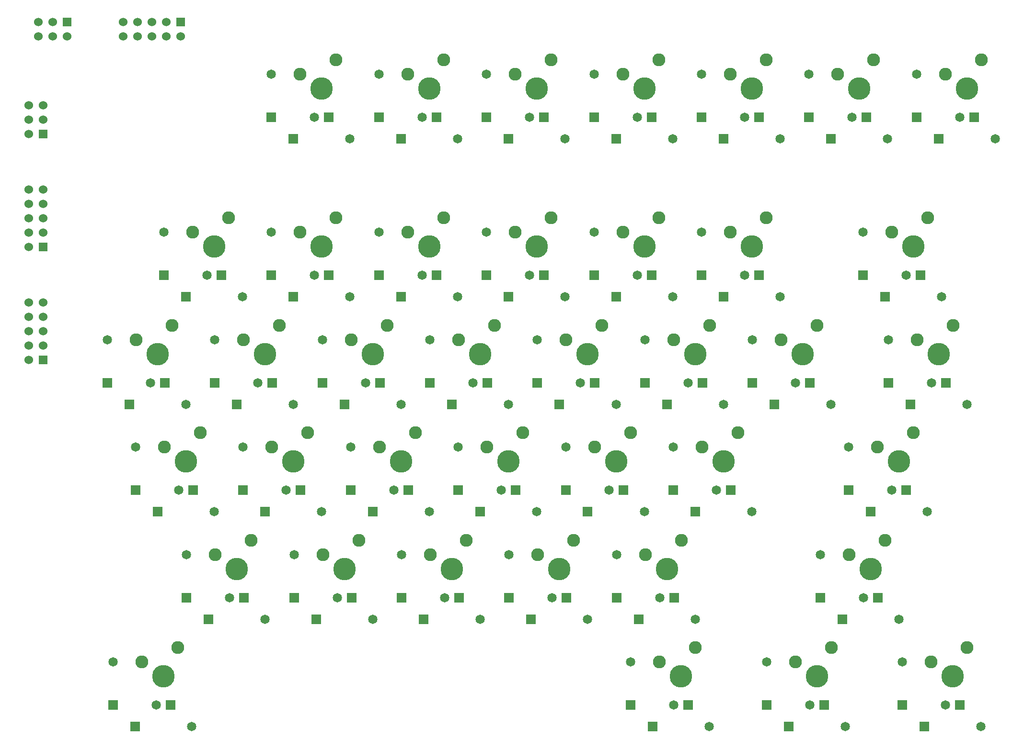
<source format=gts>
G04 (created by PCBNEW (2013-07-07 BZR 4022)-stable) date 11/1/2014 6:00:42 PM*
%MOIN*%
G04 Gerber Fmt 3.4, Leading zero omitted, Abs format*
%FSLAX34Y34*%
G01*
G70*
G90*
G04 APERTURE LIST*
%ADD10C,0.00590551*%
%ADD11C,0.09*%
%ADD12C,0.157*%
%ADD13C,0.065*%
%ADD14R,0.065X0.065*%
%ADD15R,0.06X0.06*%
%ADD16C,0.06*%
G04 APERTURE END LIST*
G54D10*
G54D11*
X46669Y-15716D03*
X44169Y-16716D03*
G54D12*
X45669Y-17716D03*
G54D13*
X42169Y-16716D03*
G54D14*
X42169Y-19716D03*
G54D13*
X45169Y-19716D03*
G54D14*
X46169Y-19716D03*
X43700Y-21216D03*
G54D13*
X47637Y-21216D03*
G54D11*
X57692Y-34220D03*
X55192Y-35220D03*
G54D12*
X56692Y-36220D03*
G54D13*
X53192Y-35220D03*
G54D14*
X53192Y-38220D03*
G54D13*
X56192Y-38220D03*
G54D14*
X57192Y-38220D03*
X54724Y-39720D03*
G54D13*
X58661Y-39720D03*
G54D11*
X52181Y-41700D03*
X49681Y-42700D03*
G54D12*
X51181Y-43700D03*
G54D13*
X47681Y-42700D03*
G54D14*
X47681Y-45700D03*
G54D13*
X50681Y-45700D03*
G54D14*
X51681Y-45700D03*
X49212Y-47200D03*
G54D13*
X53149Y-47200D03*
G54D11*
X48244Y-49181D03*
X45744Y-50181D03*
G54D12*
X47244Y-51181D03*
G54D13*
X43744Y-50181D03*
G54D14*
X43744Y-53181D03*
G54D13*
X46744Y-53181D03*
G54D14*
X47744Y-53181D03*
X45275Y-54681D03*
G54D13*
X49212Y-54681D03*
G54D11*
X28165Y-56661D03*
X25665Y-57661D03*
G54D12*
X27165Y-58661D03*
G54D13*
X23665Y-57661D03*
G54D14*
X23665Y-60661D03*
G54D13*
X26665Y-60661D03*
G54D14*
X27665Y-60661D03*
X25196Y-62161D03*
G54D13*
X29133Y-62161D03*
G54D11*
X54149Y-15716D03*
X51649Y-16716D03*
G54D12*
X53149Y-17716D03*
G54D13*
X49649Y-16716D03*
G54D14*
X49649Y-19716D03*
G54D13*
X52649Y-19716D03*
G54D14*
X53649Y-19716D03*
X51181Y-21216D03*
G54D13*
X55118Y-21216D03*
G54D11*
X46669Y-26740D03*
X44169Y-27740D03*
G54D12*
X45669Y-28740D03*
G54D13*
X42169Y-27740D03*
G54D14*
X42169Y-30740D03*
G54D13*
X45169Y-30740D03*
G54D14*
X46169Y-30740D03*
X43700Y-32240D03*
G54D13*
X47637Y-32240D03*
G54D11*
X50212Y-34220D03*
X47712Y-35220D03*
G54D12*
X49212Y-36220D03*
G54D13*
X45712Y-35220D03*
G54D14*
X45712Y-38220D03*
G54D13*
X48712Y-38220D03*
G54D14*
X49712Y-38220D03*
X47244Y-39720D03*
G54D13*
X51181Y-39720D03*
G54D11*
X44700Y-41700D03*
X42200Y-42700D03*
G54D12*
X43700Y-43700D03*
G54D13*
X40200Y-42700D03*
G54D14*
X40200Y-45700D03*
G54D13*
X43200Y-45700D03*
G54D14*
X44200Y-45700D03*
X41732Y-47200D03*
G54D13*
X45669Y-47200D03*
G54D11*
X40763Y-49181D03*
X38263Y-50181D03*
G54D12*
X39763Y-51181D03*
G54D13*
X36263Y-50181D03*
G54D14*
X36263Y-53181D03*
G54D13*
X39263Y-53181D03*
G54D14*
X40263Y-53181D03*
X37795Y-54681D03*
G54D13*
X41732Y-54681D03*
G54D11*
X84070Y-15716D03*
X81570Y-16716D03*
G54D12*
X83070Y-17716D03*
G54D13*
X79570Y-16716D03*
G54D14*
X79570Y-19716D03*
G54D13*
X82570Y-19716D03*
G54D14*
X83570Y-19716D03*
X81102Y-21216D03*
G54D13*
X85039Y-21216D03*
G54D11*
X39188Y-26740D03*
X36688Y-27740D03*
G54D12*
X38188Y-28740D03*
G54D13*
X34688Y-27740D03*
G54D14*
X34688Y-30740D03*
G54D13*
X37688Y-30740D03*
G54D14*
X38688Y-30740D03*
X36220Y-32240D03*
G54D13*
X40157Y-32240D03*
G54D11*
X42732Y-34220D03*
X40232Y-35220D03*
G54D12*
X41732Y-36220D03*
G54D13*
X38232Y-35220D03*
G54D14*
X38232Y-38220D03*
G54D13*
X41232Y-38220D03*
G54D14*
X42232Y-38220D03*
X39763Y-39720D03*
G54D13*
X43700Y-39720D03*
G54D11*
X37220Y-41700D03*
X34720Y-42700D03*
G54D12*
X36220Y-43700D03*
G54D13*
X32720Y-42700D03*
G54D14*
X32720Y-45700D03*
G54D13*
X35720Y-45700D03*
G54D14*
X36720Y-45700D03*
X34251Y-47200D03*
G54D13*
X38188Y-47200D03*
G54D11*
X33283Y-49181D03*
X30783Y-50181D03*
G54D12*
X32283Y-51181D03*
G54D13*
X28783Y-50181D03*
G54D14*
X28783Y-53181D03*
G54D13*
X31783Y-53181D03*
G54D14*
X32783Y-53181D03*
X30314Y-54681D03*
G54D13*
X34251Y-54681D03*
G54D11*
X39188Y-15716D03*
X36688Y-16716D03*
G54D12*
X38188Y-17716D03*
G54D13*
X34688Y-16716D03*
G54D14*
X34688Y-19716D03*
G54D13*
X37688Y-19716D03*
G54D14*
X38688Y-19716D03*
X36220Y-21216D03*
G54D13*
X40157Y-21216D03*
G54D11*
X31708Y-26740D03*
X29208Y-27740D03*
G54D12*
X30708Y-28740D03*
G54D13*
X27208Y-27740D03*
G54D14*
X27208Y-30740D03*
G54D13*
X30208Y-30740D03*
G54D14*
X31208Y-30740D03*
X28740Y-32240D03*
G54D13*
X32677Y-32240D03*
G54D11*
X35251Y-34220D03*
X32751Y-35220D03*
G54D12*
X34251Y-36220D03*
G54D13*
X30751Y-35220D03*
G54D14*
X30751Y-38220D03*
G54D13*
X33751Y-38220D03*
G54D14*
X34751Y-38220D03*
X32283Y-39720D03*
G54D13*
X36220Y-39720D03*
G54D11*
X29740Y-41700D03*
X27240Y-42700D03*
G54D12*
X28740Y-43700D03*
G54D13*
X25240Y-42700D03*
G54D14*
X25240Y-45700D03*
G54D13*
X28240Y-45700D03*
G54D14*
X29240Y-45700D03*
X26771Y-47200D03*
G54D13*
X30708Y-47200D03*
G54D11*
X27771Y-34220D03*
X25271Y-35220D03*
G54D12*
X26771Y-36220D03*
G54D13*
X23271Y-35220D03*
G54D14*
X23271Y-38220D03*
G54D13*
X26271Y-38220D03*
G54D14*
X27271Y-38220D03*
X24803Y-39720D03*
G54D13*
X28740Y-39720D03*
G54D11*
X54149Y-26740D03*
X51649Y-27740D03*
G54D12*
X53149Y-28740D03*
G54D13*
X49649Y-27740D03*
G54D14*
X49649Y-30740D03*
G54D13*
X52649Y-30740D03*
G54D14*
X53649Y-30740D03*
X51181Y-32240D03*
G54D13*
X55118Y-32240D03*
G54D11*
X80330Y-26740D03*
X77830Y-27740D03*
G54D12*
X79330Y-28740D03*
G54D13*
X75830Y-27740D03*
G54D14*
X75830Y-30740D03*
G54D13*
X78830Y-30740D03*
G54D14*
X79830Y-30740D03*
X77362Y-32240D03*
G54D13*
X81299Y-32240D03*
G54D11*
X82102Y-34220D03*
X79602Y-35220D03*
G54D12*
X81102Y-36220D03*
G54D13*
X77602Y-35220D03*
G54D14*
X77602Y-38220D03*
G54D13*
X80602Y-38220D03*
G54D14*
X81602Y-38220D03*
X79133Y-39720D03*
G54D13*
X83070Y-39720D03*
G54D11*
X79346Y-41700D03*
X76846Y-42700D03*
G54D12*
X78346Y-43700D03*
G54D13*
X74846Y-42700D03*
G54D14*
X74846Y-45700D03*
G54D13*
X77846Y-45700D03*
G54D14*
X78846Y-45700D03*
X76377Y-47200D03*
G54D13*
X80314Y-47200D03*
G54D11*
X77377Y-49181D03*
X74877Y-50181D03*
G54D12*
X76377Y-51181D03*
G54D13*
X72877Y-50181D03*
G54D14*
X72877Y-53181D03*
G54D13*
X75877Y-53181D03*
G54D14*
X76877Y-53181D03*
X74409Y-54681D03*
G54D13*
X78346Y-54681D03*
G54D11*
X83086Y-56661D03*
X80586Y-57661D03*
G54D12*
X82086Y-58661D03*
G54D13*
X78586Y-57661D03*
G54D14*
X78586Y-60661D03*
G54D13*
X81586Y-60661D03*
G54D14*
X82586Y-60661D03*
X80118Y-62161D03*
G54D13*
X84055Y-62161D03*
G54D11*
X76590Y-15716D03*
X74090Y-16716D03*
G54D12*
X75590Y-17716D03*
G54D13*
X72090Y-16716D03*
G54D14*
X72090Y-19716D03*
G54D13*
X75090Y-19716D03*
G54D14*
X76090Y-19716D03*
X73622Y-21216D03*
G54D13*
X77559Y-21216D03*
G54D11*
X69110Y-26740D03*
X66610Y-27740D03*
G54D12*
X68110Y-28740D03*
G54D13*
X64610Y-27740D03*
G54D14*
X64610Y-30740D03*
G54D13*
X67610Y-30740D03*
G54D14*
X68610Y-30740D03*
X66141Y-32240D03*
G54D13*
X70078Y-32240D03*
G54D11*
X72653Y-34220D03*
X70153Y-35220D03*
G54D12*
X71653Y-36220D03*
G54D13*
X68153Y-35220D03*
G54D14*
X68153Y-38220D03*
G54D13*
X71153Y-38220D03*
G54D14*
X72153Y-38220D03*
X69685Y-39720D03*
G54D13*
X73622Y-39720D03*
G54D11*
X67141Y-41700D03*
X64641Y-42700D03*
G54D12*
X66141Y-43700D03*
G54D13*
X62641Y-42700D03*
G54D14*
X62641Y-45700D03*
G54D13*
X65641Y-45700D03*
G54D14*
X66641Y-45700D03*
X64173Y-47200D03*
G54D13*
X68110Y-47200D03*
G54D11*
X63204Y-49181D03*
X60704Y-50181D03*
G54D12*
X62204Y-51181D03*
G54D13*
X58704Y-50181D03*
G54D14*
X58704Y-53181D03*
G54D13*
X61704Y-53181D03*
G54D14*
X62704Y-53181D03*
X60236Y-54681D03*
G54D13*
X64173Y-54681D03*
G54D11*
X73637Y-56661D03*
X71137Y-57661D03*
G54D12*
X72637Y-58661D03*
G54D13*
X69137Y-57661D03*
G54D14*
X69137Y-60661D03*
G54D13*
X72137Y-60661D03*
G54D14*
X73137Y-60661D03*
X70669Y-62161D03*
G54D13*
X74606Y-62161D03*
G54D11*
X69110Y-15716D03*
X66610Y-16716D03*
G54D12*
X68110Y-17716D03*
G54D13*
X64610Y-16716D03*
G54D14*
X64610Y-19716D03*
G54D13*
X67610Y-19716D03*
G54D14*
X68610Y-19716D03*
X66141Y-21216D03*
G54D13*
X70078Y-21216D03*
G54D11*
X61629Y-26740D03*
X59129Y-27740D03*
G54D12*
X60629Y-28740D03*
G54D13*
X57129Y-27740D03*
G54D14*
X57129Y-30740D03*
G54D13*
X60129Y-30740D03*
G54D14*
X61129Y-30740D03*
X58661Y-32240D03*
G54D13*
X62598Y-32240D03*
G54D11*
X65173Y-34220D03*
X62673Y-35220D03*
G54D12*
X64173Y-36220D03*
G54D13*
X60673Y-35220D03*
G54D14*
X60673Y-38220D03*
G54D13*
X63673Y-38220D03*
G54D14*
X64673Y-38220D03*
X62204Y-39720D03*
G54D13*
X66141Y-39720D03*
G54D11*
X59661Y-41700D03*
X57161Y-42700D03*
G54D12*
X58661Y-43700D03*
G54D13*
X55161Y-42700D03*
G54D14*
X55161Y-45700D03*
G54D13*
X58161Y-45700D03*
G54D14*
X59161Y-45700D03*
X56692Y-47200D03*
G54D13*
X60629Y-47200D03*
G54D11*
X55724Y-49181D03*
X53224Y-50181D03*
G54D12*
X54724Y-51181D03*
G54D13*
X51224Y-50181D03*
G54D14*
X51224Y-53181D03*
G54D13*
X54224Y-53181D03*
G54D14*
X55224Y-53181D03*
X52755Y-54681D03*
G54D13*
X56692Y-54681D03*
G54D11*
X64188Y-56661D03*
X61688Y-57661D03*
G54D12*
X63188Y-58661D03*
G54D13*
X59688Y-57661D03*
G54D14*
X59688Y-60661D03*
G54D13*
X62688Y-60661D03*
G54D14*
X63688Y-60661D03*
X61220Y-62161D03*
G54D13*
X65157Y-62161D03*
G54D11*
X61629Y-15716D03*
X59129Y-16716D03*
G54D12*
X60629Y-17716D03*
G54D13*
X57129Y-16716D03*
G54D14*
X57129Y-19716D03*
G54D13*
X60129Y-19716D03*
G54D14*
X61129Y-19716D03*
X58661Y-21216D03*
G54D13*
X62598Y-21216D03*
G54D15*
X28377Y-13082D03*
G54D16*
X28377Y-14082D03*
X27377Y-13082D03*
X27377Y-14082D03*
X26377Y-13082D03*
X26377Y-14082D03*
X25377Y-13082D03*
X25377Y-14082D03*
X24377Y-13082D03*
X24377Y-14082D03*
G54D15*
X18807Y-36645D03*
G54D16*
X17807Y-36645D03*
X18807Y-35645D03*
X17807Y-35645D03*
X18807Y-34645D03*
X17807Y-34645D03*
X18807Y-33645D03*
X17807Y-33645D03*
X18807Y-32645D03*
X17807Y-32645D03*
G54D15*
X18807Y-28771D03*
G54D16*
X17807Y-28771D03*
X18807Y-27771D03*
X17807Y-27771D03*
X18807Y-26771D03*
X17807Y-26771D03*
X18807Y-25771D03*
X17807Y-25771D03*
X18807Y-24771D03*
X17807Y-24771D03*
G54D15*
X20488Y-13082D03*
G54D16*
X20488Y-14082D03*
X19488Y-13082D03*
X19488Y-14082D03*
X18488Y-13082D03*
X18488Y-14082D03*
G54D15*
X18807Y-20881D03*
G54D16*
X17807Y-20881D03*
X18807Y-19881D03*
X17807Y-19881D03*
X18807Y-18881D03*
X17807Y-18881D03*
M02*

</source>
